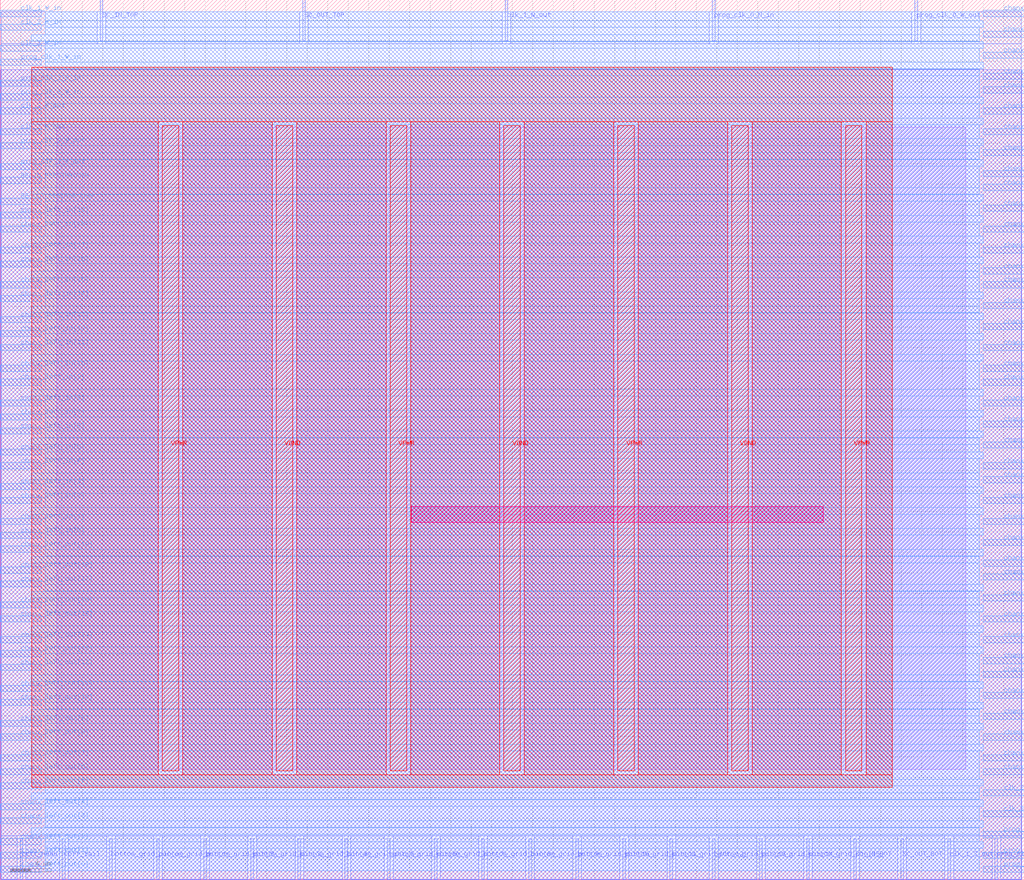
<source format=lef>
VERSION 5.7 ;
  NOWIREEXTENSIONATPIN ON ;
  DIVIDERCHAR "/" ;
  BUSBITCHARS "[]" ;
MACRO cbx_1__1_
  CLASS BLOCK ;
  FOREIGN cbx_1__1_ ;
  ORIGIN 0.000 0.000 ;
  SIZE 100.000 BY 86.000 ;
  PIN REGIN_FEEDTHROUGH
    DIRECTION INPUT ;
    USE SIGNAL ;
    PORT
      LAYER met3 ;
        RECT 0.000 68.040 4.000 68.640 ;
    END
  END REGIN_FEEDTHROUGH
  PIN REGOUT_FEEDTHROUGH
    DIRECTION OUTPUT TRISTATE ;
    USE SIGNAL ;
    PORT
      LAYER met3 ;
        RECT 0.000 66.000 4.000 66.600 ;
    END
  END REGOUT_FEEDTHROUGH
  PIN SC_IN_BOT
    DIRECTION INPUT ;
    USE SIGNAL ;
    PORT
      LAYER met2 ;
        RECT 83.350 0.000 83.630 4.000 ;
    END
  END SC_IN_BOT
  PIN SC_IN_TOP
    DIRECTION INPUT ;
    USE SIGNAL ;
    PORT
      LAYER met2 ;
        RECT 9.750 82.000 10.030 86.000 ;
    END
  END SC_IN_TOP
  PIN SC_OUT_BOT
    DIRECTION OUTPUT TRISTATE ;
    USE SIGNAL ;
    PORT
      LAYER met2 ;
        RECT 87.950 0.000 88.230 4.000 ;
    END
  END SC_OUT_BOT
  PIN SC_OUT_TOP
    DIRECTION OUTPUT TRISTATE ;
    USE SIGNAL ;
    PORT
      LAYER met2 ;
        RECT 29.530 82.000 29.810 86.000 ;
    END
  END SC_OUT_TOP
  PIN VGND
    DIRECTION INPUT ;
    USE GROUND ;
    PORT
      LAYER met4 ;
        RECT 26.960 10.640 28.560 73.680 ;
    END
    PORT
      LAYER met4 ;
        RECT 49.200 10.640 50.800 73.680 ;
    END
    PORT
      LAYER met4 ;
        RECT 71.440 10.640 73.040 73.680 ;
    END
  END VGND
  PIN VPWR
    DIRECTION INPUT ;
    USE POWER ;
    PORT
      LAYER met4 ;
        RECT 15.840 10.640 17.440 73.680 ;
    END
    PORT
      LAYER met4 ;
        RECT 38.080 10.640 39.680 73.680 ;
    END
    PORT
      LAYER met4 ;
        RECT 60.320 10.640 61.920 73.680 ;
    END
    PORT
      LAYER met4 ;
        RECT 82.560 10.640 84.160 73.680 ;
    END
  END VPWR
  PIN bottom_grid_pin_0_
    DIRECTION OUTPUT TRISTATE ;
    USE SIGNAL ;
    PORT
      LAYER met2 ;
        RECT 10.670 0.000 10.950 4.000 ;
    END
  END bottom_grid_pin_0_
  PIN bottom_grid_pin_10_
    DIRECTION OUTPUT TRISTATE ;
    USE SIGNAL ;
    PORT
      LAYER met2 ;
        RECT 56.210 0.000 56.490 4.000 ;
    END
  END bottom_grid_pin_10_
  PIN bottom_grid_pin_11_
    DIRECTION OUTPUT TRISTATE ;
    USE SIGNAL ;
    PORT
      LAYER met2 ;
        RECT 60.810 0.000 61.090 4.000 ;
    END
  END bottom_grid_pin_11_
  PIN bottom_grid_pin_12_
    DIRECTION OUTPUT TRISTATE ;
    USE SIGNAL ;
    PORT
      LAYER met2 ;
        RECT 65.410 0.000 65.690 4.000 ;
    END
  END bottom_grid_pin_12_
  PIN bottom_grid_pin_13_
    DIRECTION OUTPUT TRISTATE ;
    USE SIGNAL ;
    PORT
      LAYER met2 ;
        RECT 69.550 0.000 69.830 4.000 ;
    END
  END bottom_grid_pin_13_
  PIN bottom_grid_pin_14_
    DIRECTION OUTPUT TRISTATE ;
    USE SIGNAL ;
    PORT
      LAYER met2 ;
        RECT 74.150 0.000 74.430 4.000 ;
    END
  END bottom_grid_pin_14_
  PIN bottom_grid_pin_15_
    DIRECTION OUTPUT TRISTATE ;
    USE SIGNAL ;
    PORT
      LAYER met2 ;
        RECT 78.750 0.000 79.030 4.000 ;
    END
  END bottom_grid_pin_15_
  PIN bottom_grid_pin_1_
    DIRECTION OUTPUT TRISTATE ;
    USE SIGNAL ;
    PORT
      LAYER met2 ;
        RECT 15.270 0.000 15.550 4.000 ;
    END
  END bottom_grid_pin_1_
  PIN bottom_grid_pin_2_
    DIRECTION OUTPUT TRISTATE ;
    USE SIGNAL ;
    PORT
      LAYER met2 ;
        RECT 19.870 0.000 20.150 4.000 ;
    END
  END bottom_grid_pin_2_
  PIN bottom_grid_pin_3_
    DIRECTION OUTPUT TRISTATE ;
    USE SIGNAL ;
    PORT
      LAYER met2 ;
        RECT 24.470 0.000 24.750 4.000 ;
    END
  END bottom_grid_pin_3_
  PIN bottom_grid_pin_4_
    DIRECTION OUTPUT TRISTATE ;
    USE SIGNAL ;
    PORT
      LAYER met2 ;
        RECT 29.070 0.000 29.350 4.000 ;
    END
  END bottom_grid_pin_4_
  PIN bottom_grid_pin_5_
    DIRECTION OUTPUT TRISTATE ;
    USE SIGNAL ;
    PORT
      LAYER met2 ;
        RECT 33.670 0.000 33.950 4.000 ;
    END
  END bottom_grid_pin_5_
  PIN bottom_grid_pin_6_
    DIRECTION OUTPUT TRISTATE ;
    USE SIGNAL ;
    PORT
      LAYER met2 ;
        RECT 37.810 0.000 38.090 4.000 ;
    END
  END bottom_grid_pin_6_
  PIN bottom_grid_pin_7_
    DIRECTION OUTPUT TRISTATE ;
    USE SIGNAL ;
    PORT
      LAYER met2 ;
        RECT 42.410 0.000 42.690 4.000 ;
    END
  END bottom_grid_pin_7_
  PIN bottom_grid_pin_8_
    DIRECTION OUTPUT TRISTATE ;
    USE SIGNAL ;
    PORT
      LAYER met2 ;
        RECT 47.010 0.000 47.290 4.000 ;
    END
  END bottom_grid_pin_8_
  PIN bottom_grid_pin_9_
    DIRECTION OUTPUT TRISTATE ;
    USE SIGNAL ;
    PORT
      LAYER met2 ;
        RECT 51.610 0.000 51.890 4.000 ;
    END
  END bottom_grid_pin_9_
  PIN ccff_head
    DIRECTION INPUT ;
    USE SIGNAL ;
    PORT
      LAYER met2 ;
        RECT 1.930 0.000 2.210 4.000 ;
    END
  END ccff_head
  PIN ccff_tail
    DIRECTION OUTPUT TRISTATE ;
    USE SIGNAL ;
    PORT
      LAYER met2 ;
        RECT 6.070 0.000 6.350 4.000 ;
    END
  END ccff_tail
  PIN chanx_left_in[0]
    DIRECTION INPUT ;
    USE SIGNAL ;
    PORT
      LAYER met3 ;
        RECT 0.000 33.360 4.000 33.960 ;
    END
  END chanx_left_in[0]
  PIN chanx_left_in[10]
    DIRECTION INPUT ;
    USE SIGNAL ;
    PORT
      LAYER met3 ;
        RECT 0.000 49.680 4.000 50.280 ;
    END
  END chanx_left_in[10]
  PIN chanx_left_in[11]
    DIRECTION INPUT ;
    USE SIGNAL ;
    PORT
      LAYER met3 ;
        RECT 0.000 51.720 4.000 52.320 ;
    END
  END chanx_left_in[11]
  PIN chanx_left_in[12]
    DIRECTION INPUT ;
    USE SIGNAL ;
    PORT
      LAYER met3 ;
        RECT 0.000 53.080 4.000 53.680 ;
    END
  END chanx_left_in[12]
  PIN chanx_left_in[13]
    DIRECTION INPUT ;
    USE SIGNAL ;
    PORT
      LAYER met3 ;
        RECT 0.000 54.440 4.000 55.040 ;
    END
  END chanx_left_in[13]
  PIN chanx_left_in[14]
    DIRECTION INPUT ;
    USE SIGNAL ;
    PORT
      LAYER met3 ;
        RECT 0.000 56.480 4.000 57.080 ;
    END
  END chanx_left_in[14]
  PIN chanx_left_in[15]
    DIRECTION INPUT ;
    USE SIGNAL ;
    PORT
      LAYER met3 ;
        RECT 0.000 57.840 4.000 58.440 ;
    END
  END chanx_left_in[15]
  PIN chanx_left_in[16]
    DIRECTION INPUT ;
    USE SIGNAL ;
    PORT
      LAYER met3 ;
        RECT 0.000 59.880 4.000 60.480 ;
    END
  END chanx_left_in[16]
  PIN chanx_left_in[17]
    DIRECTION INPUT ;
    USE SIGNAL ;
    PORT
      LAYER met3 ;
        RECT 0.000 61.240 4.000 61.840 ;
    END
  END chanx_left_in[17]
  PIN chanx_left_in[18]
    DIRECTION INPUT ;
    USE SIGNAL ;
    PORT
      LAYER met3 ;
        RECT 0.000 63.280 4.000 63.880 ;
    END
  END chanx_left_in[18]
  PIN chanx_left_in[19]
    DIRECTION INPUT ;
    USE SIGNAL ;
    PORT
      LAYER met3 ;
        RECT 0.000 64.640 4.000 65.240 ;
    END
  END chanx_left_in[19]
  PIN chanx_left_in[1]
    DIRECTION INPUT ;
    USE SIGNAL ;
    PORT
      LAYER met3 ;
        RECT 0.000 34.720 4.000 35.320 ;
    END
  END chanx_left_in[1]
  PIN chanx_left_in[2]
    DIRECTION INPUT ;
    USE SIGNAL ;
    PORT
      LAYER met3 ;
        RECT 0.000 36.760 4.000 37.360 ;
    END
  END chanx_left_in[2]
  PIN chanx_left_in[3]
    DIRECTION INPUT ;
    USE SIGNAL ;
    PORT
      LAYER met3 ;
        RECT 0.000 38.120 4.000 38.720 ;
    END
  END chanx_left_in[3]
  PIN chanx_left_in[4]
    DIRECTION INPUT ;
    USE SIGNAL ;
    PORT
      LAYER met3 ;
        RECT 0.000 40.160 4.000 40.760 ;
    END
  END chanx_left_in[4]
  PIN chanx_left_in[5]
    DIRECTION INPUT ;
    USE SIGNAL ;
    PORT
      LAYER met3 ;
        RECT 0.000 41.520 4.000 42.120 ;
    END
  END chanx_left_in[5]
  PIN chanx_left_in[6]
    DIRECTION INPUT ;
    USE SIGNAL ;
    PORT
      LAYER met3 ;
        RECT 0.000 43.560 4.000 44.160 ;
    END
  END chanx_left_in[6]
  PIN chanx_left_in[7]
    DIRECTION INPUT ;
    USE SIGNAL ;
    PORT
      LAYER met3 ;
        RECT 0.000 44.920 4.000 45.520 ;
    END
  END chanx_left_in[7]
  PIN chanx_left_in[8]
    DIRECTION INPUT ;
    USE SIGNAL ;
    PORT
      LAYER met3 ;
        RECT 0.000 46.280 4.000 46.880 ;
    END
  END chanx_left_in[8]
  PIN chanx_left_in[9]
    DIRECTION INPUT ;
    USE SIGNAL ;
    PORT
      LAYER met3 ;
        RECT 0.000 48.320 4.000 48.920 ;
    END
  END chanx_left_in[9]
  PIN chanx_left_out[0]
    DIRECTION OUTPUT TRISTATE ;
    USE SIGNAL ;
    PORT
      LAYER met3 ;
        RECT 0.000 0.720 4.000 1.320 ;
    END
  END chanx_left_out[0]
  PIN chanx_left_out[10]
    DIRECTION OUTPUT TRISTATE ;
    USE SIGNAL ;
    PORT
      LAYER met3 ;
        RECT 0.000 17.040 4.000 17.640 ;
    END
  END chanx_left_out[10]
  PIN chanx_left_out[11]
    DIRECTION OUTPUT TRISTATE ;
    USE SIGNAL ;
    PORT
      LAYER met3 ;
        RECT 0.000 18.400 4.000 19.000 ;
    END
  END chanx_left_out[11]
  PIN chanx_left_out[12]
    DIRECTION OUTPUT TRISTATE ;
    USE SIGNAL ;
    PORT
      LAYER met3 ;
        RECT 0.000 20.440 4.000 21.040 ;
    END
  END chanx_left_out[12]
  PIN chanx_left_out[13]
    DIRECTION OUTPUT TRISTATE ;
    USE SIGNAL ;
    PORT
      LAYER met3 ;
        RECT 0.000 21.800 4.000 22.400 ;
    END
  END chanx_left_out[13]
  PIN chanx_left_out[14]
    DIRECTION OUTPUT TRISTATE ;
    USE SIGNAL ;
    PORT
      LAYER met3 ;
        RECT 0.000 23.160 4.000 23.760 ;
    END
  END chanx_left_out[14]
  PIN chanx_left_out[15]
    DIRECTION OUTPUT TRISTATE ;
    USE SIGNAL ;
    PORT
      LAYER met3 ;
        RECT 0.000 25.200 4.000 25.800 ;
    END
  END chanx_left_out[15]
  PIN chanx_left_out[16]
    DIRECTION OUTPUT TRISTATE ;
    USE SIGNAL ;
    PORT
      LAYER met3 ;
        RECT 0.000 26.560 4.000 27.160 ;
    END
  END chanx_left_out[16]
  PIN chanx_left_out[17]
    DIRECTION OUTPUT TRISTATE ;
    USE SIGNAL ;
    PORT
      LAYER met3 ;
        RECT 0.000 28.600 4.000 29.200 ;
    END
  END chanx_left_out[17]
  PIN chanx_left_out[18]
    DIRECTION OUTPUT TRISTATE ;
    USE SIGNAL ;
    PORT
      LAYER met3 ;
        RECT 0.000 29.960 4.000 30.560 ;
    END
  END chanx_left_out[18]
  PIN chanx_left_out[19]
    DIRECTION OUTPUT TRISTATE ;
    USE SIGNAL ;
    PORT
      LAYER met3 ;
        RECT 0.000 32.000 4.000 32.600 ;
    END
  END chanx_left_out[19]
  PIN chanx_left_out[1]
    DIRECTION OUTPUT TRISTATE ;
    USE SIGNAL ;
    PORT
      LAYER met3 ;
        RECT 0.000 2.080 4.000 2.680 ;
    END
  END chanx_left_out[1]
  PIN chanx_left_out[2]
    DIRECTION OUTPUT TRISTATE ;
    USE SIGNAL ;
    PORT
      LAYER met3 ;
        RECT 0.000 3.440 4.000 4.040 ;
    END
  END chanx_left_out[2]
  PIN chanx_left_out[3]
    DIRECTION OUTPUT TRISTATE ;
    USE SIGNAL ;
    PORT
      LAYER met3 ;
        RECT 0.000 5.480 4.000 6.080 ;
    END
  END chanx_left_out[3]
  PIN chanx_left_out[4]
    DIRECTION OUTPUT TRISTATE ;
    USE SIGNAL ;
    PORT
      LAYER met3 ;
        RECT 0.000 6.840 4.000 7.440 ;
    END
  END chanx_left_out[4]
  PIN chanx_left_out[5]
    DIRECTION OUTPUT TRISTATE ;
    USE SIGNAL ;
    PORT
      LAYER met3 ;
        RECT 0.000 8.880 4.000 9.480 ;
    END
  END chanx_left_out[5]
  PIN chanx_left_out[6]
    DIRECTION OUTPUT TRISTATE ;
    USE SIGNAL ;
    PORT
      LAYER met3 ;
        RECT 0.000 10.240 4.000 10.840 ;
    END
  END chanx_left_out[6]
  PIN chanx_left_out[7]
    DIRECTION OUTPUT TRISTATE ;
    USE SIGNAL ;
    PORT
      LAYER met3 ;
        RECT 0.000 11.600 4.000 12.200 ;
    END
  END chanx_left_out[7]
  PIN chanx_left_out[8]
    DIRECTION OUTPUT TRISTATE ;
    USE SIGNAL ;
    PORT
      LAYER met3 ;
        RECT 0.000 13.640 4.000 14.240 ;
    END
  END chanx_left_out[8]
  PIN chanx_left_out[9]
    DIRECTION OUTPUT TRISTATE ;
    USE SIGNAL ;
    PORT
      LAYER met3 ;
        RECT 0.000 15.000 4.000 15.600 ;
    END
  END chanx_left_out[9]
  PIN chanx_right_in[0]
    DIRECTION INPUT ;
    USE SIGNAL ;
    PORT
      LAYER met3 ;
        RECT 96.000 48.320 100.000 48.920 ;
    END
  END chanx_right_in[0]
  PIN chanx_right_in[10]
    DIRECTION INPUT ;
    USE SIGNAL ;
    PORT
      LAYER met3 ;
        RECT 96.000 67.360 100.000 67.960 ;
    END
  END chanx_right_in[10]
  PIN chanx_right_in[11]
    DIRECTION INPUT ;
    USE SIGNAL ;
    PORT
      LAYER met3 ;
        RECT 96.000 68.720 100.000 69.320 ;
    END
  END chanx_right_in[11]
  PIN chanx_right_in[12]
    DIRECTION INPUT ;
    USE SIGNAL ;
    PORT
      LAYER met3 ;
        RECT 96.000 70.760 100.000 71.360 ;
    END
  END chanx_right_in[12]
  PIN chanx_right_in[13]
    DIRECTION INPUT ;
    USE SIGNAL ;
    PORT
      LAYER met3 ;
        RECT 96.000 72.800 100.000 73.400 ;
    END
  END chanx_right_in[13]
  PIN chanx_right_in[14]
    DIRECTION INPUT ;
    USE SIGNAL ;
    PORT
      LAYER met3 ;
        RECT 96.000 74.840 100.000 75.440 ;
    END
  END chanx_right_in[14]
  PIN chanx_right_in[15]
    DIRECTION INPUT ;
    USE SIGNAL ;
    PORT
      LAYER met3 ;
        RECT 96.000 76.880 100.000 77.480 ;
    END
  END chanx_right_in[15]
  PIN chanx_right_in[16]
    DIRECTION INPUT ;
    USE SIGNAL ;
    PORT
      LAYER met3 ;
        RECT 96.000 78.240 100.000 78.840 ;
    END
  END chanx_right_in[16]
  PIN chanx_right_in[17]
    DIRECTION INPUT ;
    USE SIGNAL ;
    PORT
      LAYER met3 ;
        RECT 96.000 80.280 100.000 80.880 ;
    END
  END chanx_right_in[17]
  PIN chanx_right_in[18]
    DIRECTION INPUT ;
    USE SIGNAL ;
    PORT
      LAYER met3 ;
        RECT 96.000 82.320 100.000 82.920 ;
    END
  END chanx_right_in[18]
  PIN chanx_right_in[19]
    DIRECTION INPUT ;
    USE SIGNAL ;
    PORT
      LAYER met3 ;
        RECT 96.000 84.360 100.000 84.960 ;
    END
  END chanx_right_in[19]
  PIN chanx_right_in[1]
    DIRECTION INPUT ;
    USE SIGNAL ;
    PORT
      LAYER met3 ;
        RECT 96.000 49.680 100.000 50.280 ;
    END
  END chanx_right_in[1]
  PIN chanx_right_in[2]
    DIRECTION INPUT ;
    USE SIGNAL ;
    PORT
      LAYER met3 ;
        RECT 96.000 51.720 100.000 52.320 ;
    END
  END chanx_right_in[2]
  PIN chanx_right_in[3]
    DIRECTION INPUT ;
    USE SIGNAL ;
    PORT
      LAYER met3 ;
        RECT 96.000 53.760 100.000 54.360 ;
    END
  END chanx_right_in[3]
  PIN chanx_right_in[4]
    DIRECTION INPUT ;
    USE SIGNAL ;
    PORT
      LAYER met3 ;
        RECT 96.000 55.800 100.000 56.400 ;
    END
  END chanx_right_in[4]
  PIN chanx_right_in[5]
    DIRECTION INPUT ;
    USE SIGNAL ;
    PORT
      LAYER met3 ;
        RECT 96.000 57.840 100.000 58.440 ;
    END
  END chanx_right_in[5]
  PIN chanx_right_in[6]
    DIRECTION INPUT ;
    USE SIGNAL ;
    PORT
      LAYER met3 ;
        RECT 96.000 59.200 100.000 59.800 ;
    END
  END chanx_right_in[6]
  PIN chanx_right_in[7]
    DIRECTION INPUT ;
    USE SIGNAL ;
    PORT
      LAYER met3 ;
        RECT 96.000 61.240 100.000 61.840 ;
    END
  END chanx_right_in[7]
  PIN chanx_right_in[8]
    DIRECTION INPUT ;
    USE SIGNAL ;
    PORT
      LAYER met3 ;
        RECT 96.000 63.280 100.000 63.880 ;
    END
  END chanx_right_in[8]
  PIN chanx_right_in[9]
    DIRECTION INPUT ;
    USE SIGNAL ;
    PORT
      LAYER met3 ;
        RECT 96.000 65.320 100.000 65.920 ;
    END
  END chanx_right_in[9]
  PIN chanx_right_out[0]
    DIRECTION OUTPUT TRISTATE ;
    USE SIGNAL ;
    PORT
      LAYER met3 ;
        RECT 96.000 10.240 100.000 10.840 ;
    END
  END chanx_right_out[0]
  PIN chanx_right_out[10]
    DIRECTION OUTPUT TRISTATE ;
    USE SIGNAL ;
    PORT
      LAYER met3 ;
        RECT 96.000 29.280 100.000 29.880 ;
    END
  END chanx_right_out[10]
  PIN chanx_right_out[11]
    DIRECTION OUTPUT TRISTATE ;
    USE SIGNAL ;
    PORT
      LAYER met3 ;
        RECT 96.000 30.640 100.000 31.240 ;
    END
  END chanx_right_out[11]
  PIN chanx_right_out[12]
    DIRECTION OUTPUT TRISTATE ;
    USE SIGNAL ;
    PORT
      LAYER met3 ;
        RECT 96.000 32.680 100.000 33.280 ;
    END
  END chanx_right_out[12]
  PIN chanx_right_out[13]
    DIRECTION OUTPUT TRISTATE ;
    USE SIGNAL ;
    PORT
      LAYER met3 ;
        RECT 96.000 34.720 100.000 35.320 ;
    END
  END chanx_right_out[13]
  PIN chanx_right_out[14]
    DIRECTION OUTPUT TRISTATE ;
    USE SIGNAL ;
    PORT
      LAYER met3 ;
        RECT 96.000 36.760 100.000 37.360 ;
    END
  END chanx_right_out[14]
  PIN chanx_right_out[15]
    DIRECTION OUTPUT TRISTATE ;
    USE SIGNAL ;
    PORT
      LAYER met3 ;
        RECT 96.000 38.800 100.000 39.400 ;
    END
  END chanx_right_out[15]
  PIN chanx_right_out[16]
    DIRECTION OUTPUT TRISTATE ;
    USE SIGNAL ;
    PORT
      LAYER met3 ;
        RECT 96.000 40.160 100.000 40.760 ;
    END
  END chanx_right_out[16]
  PIN chanx_right_out[17]
    DIRECTION OUTPUT TRISTATE ;
    USE SIGNAL ;
    PORT
      LAYER met3 ;
        RECT 96.000 42.200 100.000 42.800 ;
    END
  END chanx_right_out[17]
  PIN chanx_right_out[18]
    DIRECTION OUTPUT TRISTATE ;
    USE SIGNAL ;
    PORT
      LAYER met3 ;
        RECT 96.000 44.240 100.000 44.840 ;
    END
  END chanx_right_out[18]
  PIN chanx_right_out[19]
    DIRECTION OUTPUT TRISTATE ;
    USE SIGNAL ;
    PORT
      LAYER met3 ;
        RECT 96.000 46.280 100.000 46.880 ;
    END
  END chanx_right_out[19]
  PIN chanx_right_out[1]
    DIRECTION OUTPUT TRISTATE ;
    USE SIGNAL ;
    PORT
      LAYER met3 ;
        RECT 96.000 11.600 100.000 12.200 ;
    END
  END chanx_right_out[1]
  PIN chanx_right_out[2]
    DIRECTION OUTPUT TRISTATE ;
    USE SIGNAL ;
    PORT
      LAYER met3 ;
        RECT 96.000 13.640 100.000 14.240 ;
    END
  END chanx_right_out[2]
  PIN chanx_right_out[3]
    DIRECTION OUTPUT TRISTATE ;
    USE SIGNAL ;
    PORT
      LAYER met3 ;
        RECT 96.000 15.680 100.000 16.280 ;
    END
  END chanx_right_out[3]
  PIN chanx_right_out[4]
    DIRECTION OUTPUT TRISTATE ;
    USE SIGNAL ;
    PORT
      LAYER met3 ;
        RECT 96.000 17.720 100.000 18.320 ;
    END
  END chanx_right_out[4]
  PIN chanx_right_out[5]
    DIRECTION OUTPUT TRISTATE ;
    USE SIGNAL ;
    PORT
      LAYER met3 ;
        RECT 96.000 19.760 100.000 20.360 ;
    END
  END chanx_right_out[5]
  PIN chanx_right_out[6]
    DIRECTION OUTPUT TRISTATE ;
    USE SIGNAL ;
    PORT
      LAYER met3 ;
        RECT 96.000 21.120 100.000 21.720 ;
    END
  END chanx_right_out[6]
  PIN chanx_right_out[7]
    DIRECTION OUTPUT TRISTATE ;
    USE SIGNAL ;
    PORT
      LAYER met3 ;
        RECT 96.000 23.160 100.000 23.760 ;
    END
  END chanx_right_out[7]
  PIN chanx_right_out[8]
    DIRECTION OUTPUT TRISTATE ;
    USE SIGNAL ;
    PORT
      LAYER met3 ;
        RECT 96.000 25.200 100.000 25.800 ;
    END
  END chanx_right_out[8]
  PIN chanx_right_out[9]
    DIRECTION OUTPUT TRISTATE ;
    USE SIGNAL ;
    PORT
      LAYER met3 ;
        RECT 96.000 27.240 100.000 27.840 ;
    END
  END chanx_right_out[9]
  PIN clk_1_N_out
    DIRECTION OUTPUT TRISTATE ;
    USE SIGNAL ;
    PORT
      LAYER met2 ;
        RECT 49.310 82.000 49.590 86.000 ;
    END
  END clk_1_N_out
  PIN clk_1_S_out
    DIRECTION OUTPUT TRISTATE ;
    USE SIGNAL ;
    PORT
      LAYER met2 ;
        RECT 92.550 0.000 92.830 4.000 ;
    END
  END clk_1_S_out
  PIN clk_1_W_in
    DIRECTION INPUT ;
    USE SIGNAL ;
    PORT
      LAYER met3 ;
        RECT 0.000 84.360 4.000 84.960 ;
    END
  END clk_1_W_in
  PIN clk_2_E_out
    DIRECTION OUTPUT TRISTATE ;
    USE SIGNAL ;
    PORT
      LAYER met3 ;
        RECT 96.000 8.200 100.000 8.800 ;
    END
  END clk_2_E_out
  PIN clk_2_W_in
    DIRECTION INPUT ;
    USE SIGNAL ;
    PORT
      LAYER met3 ;
        RECT 0.000 83.000 4.000 83.600 ;
    END
  END clk_2_W_in
  PIN clk_2_W_out
    DIRECTION OUTPUT TRISTATE ;
    USE SIGNAL ;
    PORT
      LAYER met3 ;
        RECT 0.000 74.840 4.000 75.440 ;
    END
  END clk_2_W_out
  PIN clk_3_E_out
    DIRECTION OUTPUT TRISTATE ;
    USE SIGNAL ;
    PORT
      LAYER met3 ;
        RECT 96.000 6.160 100.000 6.760 ;
    END
  END clk_3_E_out
  PIN clk_3_W_in
    DIRECTION INPUT ;
    USE SIGNAL ;
    PORT
      LAYER met3 ;
        RECT 0.000 80.960 4.000 81.560 ;
    END
  END clk_3_W_in
  PIN clk_3_W_out
    DIRECTION OUTPUT TRISTATE ;
    USE SIGNAL ;
    PORT
      LAYER met3 ;
        RECT 0.000 72.800 4.000 73.400 ;
    END
  END clk_3_W_out
  PIN prog_clk_0_N_in
    DIRECTION INPUT ;
    USE SIGNAL ;
    PORT
      LAYER met2 ;
        RECT 69.550 82.000 69.830 86.000 ;
    END
  END prog_clk_0_N_in
  PIN prog_clk_0_W_out
    DIRECTION OUTPUT TRISTATE ;
    USE SIGNAL ;
    PORT
      LAYER met2 ;
        RECT 89.330 82.000 89.610 86.000 ;
    END
  END prog_clk_0_W_out
  PIN prog_clk_1_N_out
    DIRECTION OUTPUT TRISTATE ;
    USE SIGNAL ;
    PORT
      LAYER met3 ;
        RECT 96.000 4.120 100.000 4.720 ;
    END
  END prog_clk_1_N_out
  PIN prog_clk_1_S_out
    DIRECTION OUTPUT TRISTATE ;
    USE SIGNAL ;
    PORT
      LAYER met2 ;
        RECT 97.150 0.000 97.430 4.000 ;
    END
  END prog_clk_1_S_out
  PIN prog_clk_1_W_in
    DIRECTION INPUT ;
    USE SIGNAL ;
    PORT
      LAYER met3 ;
        RECT 0.000 79.600 4.000 80.200 ;
    END
  END prog_clk_1_W_in
  PIN prog_clk_2_E_out
    DIRECTION OUTPUT TRISTATE ;
    USE SIGNAL ;
    PORT
      LAYER met3 ;
        RECT 96.000 2.080 100.000 2.680 ;
    END
  END prog_clk_2_E_out
  PIN prog_clk_2_W_in
    DIRECTION INPUT ;
    USE SIGNAL ;
    PORT
      LAYER met3 ;
        RECT 0.000 77.560 4.000 78.160 ;
    END
  END prog_clk_2_W_in
  PIN prog_clk_2_W_out
    DIRECTION OUTPUT TRISTATE ;
    USE SIGNAL ;
    PORT
      LAYER met3 ;
        RECT 0.000 71.440 4.000 72.040 ;
    END
  END prog_clk_2_W_out
  PIN prog_clk_3_E_out
    DIRECTION OUTPUT TRISTATE ;
    USE SIGNAL ;
    PORT
      LAYER met3 ;
        RECT 96.000 0.720 100.000 1.320 ;
    END
  END prog_clk_3_E_out
  PIN prog_clk_3_W_in
    DIRECTION INPUT ;
    USE SIGNAL ;
    PORT
      LAYER met3 ;
        RECT 0.000 76.200 4.000 76.800 ;
    END
  END prog_clk_3_W_in
  PIN prog_clk_3_W_out
    DIRECTION OUTPUT TRISTATE ;
    USE SIGNAL ;
    PORT
      LAYER met3 ;
        RECT 0.000 69.400 4.000 70.000 ;
    END
  END prog_clk_3_W_out
  OBS
      LAYER li1 ;
        RECT 5.520 10.795 94.300 73.525 ;
      LAYER met1 ;
        RECT 0.070 0.040 99.750 79.180 ;
      LAYER met2 ;
        RECT 0.100 81.720 9.470 84.845 ;
        RECT 10.310 81.720 29.250 84.845 ;
        RECT 30.090 81.720 49.030 84.845 ;
        RECT 49.870 81.720 69.270 84.845 ;
        RECT 70.110 81.720 89.050 84.845 ;
        RECT 89.890 81.720 99.720 84.845 ;
        RECT 0.100 4.280 99.720 81.720 ;
        RECT 0.100 0.010 1.650 4.280 ;
        RECT 2.490 0.010 5.790 4.280 ;
        RECT 6.630 0.010 10.390 4.280 ;
        RECT 11.230 0.010 14.990 4.280 ;
        RECT 15.830 0.010 19.590 4.280 ;
        RECT 20.430 0.010 24.190 4.280 ;
        RECT 25.030 0.010 28.790 4.280 ;
        RECT 29.630 0.010 33.390 4.280 ;
        RECT 34.230 0.010 37.530 4.280 ;
        RECT 38.370 0.010 42.130 4.280 ;
        RECT 42.970 0.010 46.730 4.280 ;
        RECT 47.570 0.010 51.330 4.280 ;
        RECT 52.170 0.010 55.930 4.280 ;
        RECT 56.770 0.010 60.530 4.280 ;
        RECT 61.370 0.010 65.130 4.280 ;
        RECT 65.970 0.010 69.270 4.280 ;
        RECT 70.110 0.010 73.870 4.280 ;
        RECT 74.710 0.010 78.470 4.280 ;
        RECT 79.310 0.010 83.070 4.280 ;
        RECT 83.910 0.010 87.670 4.280 ;
        RECT 88.510 0.010 92.270 4.280 ;
        RECT 93.110 0.010 96.870 4.280 ;
        RECT 97.710 0.010 99.720 4.280 ;
      LAYER met3 ;
        RECT 4.400 83.960 95.600 84.825 ;
        RECT 4.400 83.320 96.000 83.960 ;
        RECT 4.400 82.600 95.600 83.320 ;
        RECT 3.030 81.960 95.600 82.600 ;
        RECT 4.400 81.920 95.600 81.960 ;
        RECT 4.400 81.280 96.000 81.920 ;
        RECT 4.400 79.880 95.600 81.280 ;
        RECT 4.400 79.240 96.000 79.880 ;
        RECT 4.400 79.200 95.600 79.240 ;
        RECT 3.030 78.560 95.600 79.200 ;
        RECT 4.400 76.480 95.600 78.560 ;
        RECT 4.400 75.840 96.000 76.480 ;
        RECT 4.400 74.440 95.600 75.840 ;
        RECT 3.030 73.800 96.000 74.440 ;
        RECT 4.400 72.400 95.600 73.800 ;
        RECT 4.400 71.760 96.000 72.400 ;
        RECT 4.400 71.040 95.600 71.760 ;
        RECT 3.030 70.400 95.600 71.040 ;
        RECT 4.400 70.360 95.600 70.400 ;
        RECT 4.400 69.720 96.000 70.360 ;
        RECT 4.400 67.640 95.600 69.720 ;
        RECT 3.030 67.000 95.600 67.640 ;
        RECT 4.400 66.960 95.600 67.000 ;
        RECT 4.400 66.320 96.000 66.960 ;
        RECT 4.400 64.920 95.600 66.320 ;
        RECT 4.400 64.280 96.000 64.920 ;
        RECT 4.400 62.880 95.600 64.280 ;
        RECT 3.030 62.240 96.000 62.880 ;
        RECT 4.400 60.840 95.600 62.240 ;
        RECT 4.400 60.200 96.000 60.840 ;
        RECT 4.400 59.480 95.600 60.200 ;
        RECT 3.030 58.840 95.600 59.480 ;
        RECT 4.400 57.440 95.600 58.840 ;
        RECT 4.400 56.800 96.000 57.440 ;
        RECT 4.400 56.080 95.600 56.800 ;
        RECT 3.030 55.440 95.600 56.080 ;
        RECT 4.400 55.400 95.600 55.440 ;
        RECT 4.400 54.760 96.000 55.400 ;
        RECT 4.400 53.360 95.600 54.760 ;
        RECT 4.400 52.720 96.000 53.360 ;
        RECT 4.400 51.320 95.600 52.720 ;
        RECT 3.030 50.680 96.000 51.320 ;
        RECT 4.400 47.920 95.600 50.680 ;
        RECT 3.030 47.280 96.000 47.920 ;
        RECT 4.400 45.880 95.600 47.280 ;
        RECT 4.400 45.240 96.000 45.880 ;
        RECT 4.400 43.840 95.600 45.240 ;
        RECT 4.400 43.200 96.000 43.840 ;
        RECT 4.400 43.160 95.600 43.200 ;
        RECT 3.030 42.520 95.600 43.160 ;
        RECT 4.400 41.800 95.600 42.520 ;
        RECT 4.400 41.160 96.000 41.800 ;
        RECT 4.400 39.760 95.600 41.160 ;
        RECT 3.030 39.120 95.600 39.760 ;
        RECT 4.400 38.400 95.600 39.120 ;
        RECT 4.400 37.760 96.000 38.400 ;
        RECT 4.400 36.360 95.600 37.760 ;
        RECT 3.030 35.720 96.000 36.360 ;
        RECT 4.400 34.320 95.600 35.720 ;
        RECT 4.400 33.680 96.000 34.320 ;
        RECT 4.400 32.280 95.600 33.680 ;
        RECT 4.400 31.640 96.000 32.280 ;
        RECT 4.400 31.600 95.600 31.640 ;
        RECT 3.030 30.960 95.600 31.600 ;
        RECT 4.400 28.880 95.600 30.960 ;
        RECT 4.400 28.240 96.000 28.880 ;
        RECT 4.400 28.200 95.600 28.240 ;
        RECT 3.030 27.560 95.600 28.200 ;
        RECT 4.400 26.840 95.600 27.560 ;
        RECT 4.400 26.200 96.000 26.840 ;
        RECT 4.400 24.800 95.600 26.200 ;
        RECT 3.030 24.160 96.000 24.800 ;
        RECT 4.400 22.760 95.600 24.160 ;
        RECT 4.400 22.120 96.000 22.760 ;
        RECT 4.400 20.040 95.600 22.120 ;
        RECT 3.030 19.400 95.600 20.040 ;
        RECT 4.400 19.360 95.600 19.400 ;
        RECT 4.400 18.720 96.000 19.360 ;
        RECT 4.400 17.320 95.600 18.720 ;
        RECT 4.400 16.680 96.000 17.320 ;
        RECT 4.400 16.640 95.600 16.680 ;
        RECT 3.030 16.000 95.600 16.640 ;
        RECT 4.400 15.280 95.600 16.000 ;
        RECT 4.400 14.640 96.000 15.280 ;
        RECT 4.400 13.240 95.600 14.640 ;
        RECT 3.030 12.600 96.000 13.240 ;
        RECT 4.400 9.840 95.600 12.600 ;
        RECT 4.400 9.200 96.000 9.840 ;
        RECT 4.400 8.480 95.600 9.200 ;
        RECT 3.030 7.840 95.600 8.480 ;
        RECT 4.400 7.800 95.600 7.840 ;
        RECT 4.400 7.160 96.000 7.800 ;
        RECT 4.400 5.760 95.600 7.160 ;
        RECT 4.400 5.120 96.000 5.760 ;
        RECT 4.400 5.080 95.600 5.120 ;
        RECT 3.030 4.440 95.600 5.080 ;
        RECT 4.400 3.720 95.600 4.440 ;
        RECT 4.400 3.080 96.000 3.720 ;
        RECT 4.400 0.855 95.600 3.080 ;
      LAYER met4 ;
        RECT 3.055 74.080 87.105 79.385 ;
        RECT 3.055 10.240 15.440 74.080 ;
        RECT 17.840 10.240 26.560 74.080 ;
        RECT 28.960 10.240 37.680 74.080 ;
        RECT 40.080 10.240 48.800 74.080 ;
        RECT 51.200 10.240 59.920 74.080 ;
        RECT 62.320 10.240 71.040 74.080 ;
        RECT 73.440 10.240 82.160 74.080 ;
        RECT 84.560 10.240 87.105 74.080 ;
        RECT 3.055 9.015 87.105 10.240 ;
      LAYER met5 ;
        RECT 40.140 34.900 80.380 36.500 ;
  END
END cbx_1__1_
END LIBRARY


</source>
